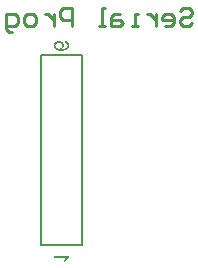
<source format=gbo>
G04*
G04 #@! TF.GenerationSoftware,Altium Limited,Altium Designer,22.0.2 (36)*
G04*
G04 Layer_Color=32896*
%FSLAX25Y25*%
%MOIN*%
G70*
G04*
G04 #@! TF.SameCoordinates,531B55E9-8988-4262-B8BE-2375E0DFDCCA*
G04*
G04*
G04 #@! TF.FilePolarity,Positive*
G04*
G01*
G75*
%ADD15C,0.00787*%
%ADD16C,0.01000*%
G36*
X32344Y52157D02*
X32222Y52086D01*
X32107Y52007D01*
X31993Y51914D01*
X31892Y51828D01*
X31806Y51742D01*
X31735Y51677D01*
X31713Y51648D01*
X31692Y51627D01*
X31684Y51620D01*
X31677Y51613D01*
X31555Y51462D01*
X31441Y51311D01*
X31340Y51168D01*
X31261Y51025D01*
X31190Y50903D01*
X31161Y50853D01*
X31139Y50810D01*
X31118Y50774D01*
X31111Y50745D01*
X31097Y50731D01*
Y50723D01*
X30509D01*
X30551Y50831D01*
X30602Y50938D01*
X30652Y51046D01*
X30702Y51147D01*
X30745Y51232D01*
X30781Y51304D01*
X30810Y51347D01*
X30817Y51354D01*
Y51362D01*
X30896Y51491D01*
X30975Y51605D01*
X31046Y51706D01*
X31111Y51785D01*
X31161Y51856D01*
X31204Y51899D01*
X31233Y51935D01*
X31240Y51942D01*
X27361D01*
Y52552D01*
X32344D01*
Y52157D01*
D02*
G37*
G36*
X29096Y124279D02*
X29218Y124265D01*
X29340Y124243D01*
X29447Y124222D01*
X29548Y124186D01*
X29648Y124150D01*
X29734Y124114D01*
X29813Y124071D01*
X29885Y124028D01*
X29949Y123992D01*
X30000Y123957D01*
X30050Y123921D01*
X30086Y123899D01*
X30107Y123878D01*
X30121Y123863D01*
X30128Y123856D01*
X30207Y123777D01*
X30279Y123691D01*
X30336Y123598D01*
X30387Y123512D01*
X30437Y123426D01*
X30473Y123340D01*
X30523Y123175D01*
X30544Y123103D01*
X30559Y123032D01*
X30566Y122974D01*
X30573Y122917D01*
X30580Y122874D01*
Y122817D01*
X30573Y122687D01*
X30551Y122565D01*
X30530Y122451D01*
X30501Y122350D01*
X30465Y122264D01*
X30444Y122200D01*
X30422Y122157D01*
X30415Y122150D01*
Y122143D01*
X30344Y122028D01*
X30265Y121927D01*
X30186Y121834D01*
X30100Y121763D01*
X30028Y121698D01*
X29971Y121648D01*
X29928Y121619D01*
X29921Y121612D01*
X30050D01*
X30179Y121619D01*
X30293Y121626D01*
X30408Y121641D01*
X30509Y121648D01*
X30602Y121662D01*
X30688Y121676D01*
X30767Y121698D01*
X30838Y121712D01*
X30896Y121727D01*
X30946Y121741D01*
X30989Y121748D01*
X31018Y121763D01*
X31039Y121770D01*
X31053Y121777D01*
X31061D01*
X31204Y121848D01*
X31333Y121920D01*
X31433Y121999D01*
X31519Y122071D01*
X31591Y122135D01*
X31641Y122186D01*
X31670Y122221D01*
X31677Y122236D01*
X31735Y122322D01*
X31770Y122408D01*
X31799Y122494D01*
X31821Y122580D01*
X31835Y122644D01*
X31842Y122702D01*
Y122752D01*
X31828Y122881D01*
X31799Y123003D01*
X31756Y123103D01*
X31713Y123196D01*
X31663Y123268D01*
X31620Y123318D01*
X31591Y123347D01*
X31577Y123361D01*
X31512Y123412D01*
X31433Y123462D01*
X31347Y123505D01*
X31261Y123533D01*
X31183Y123562D01*
X31118Y123584D01*
X31075Y123591D01*
X31068Y123598D01*
X31061D01*
X31111Y124207D01*
X31312Y124164D01*
X31491Y124100D01*
X31649Y124028D01*
X31778Y123949D01*
X31878Y123871D01*
X31921Y123842D01*
X31957Y123806D01*
X31978Y123784D01*
X32000Y123763D01*
X32007Y123756D01*
X32014Y123749D01*
X32072Y123677D01*
X32122Y123598D01*
X32208Y123440D01*
X32265Y123283D01*
X32301Y123132D01*
X32330Y122996D01*
X32337Y122938D01*
Y122888D01*
X32344Y122845D01*
Y122788D01*
X32337Y122644D01*
X32322Y122508D01*
X32294Y122379D01*
X32258Y122257D01*
X32208Y122150D01*
X32165Y122042D01*
X32107Y121949D01*
X32057Y121863D01*
X32007Y121791D01*
X31950Y121720D01*
X31907Y121662D01*
X31864Y121619D01*
X31821Y121583D01*
X31792Y121555D01*
X31778Y121540D01*
X31770Y121533D01*
X31641Y121440D01*
X31491Y121361D01*
X31333Y121289D01*
X31168Y121225D01*
X30996Y121175D01*
X30824Y121132D01*
X30645Y121096D01*
X30480Y121067D01*
X30315Y121045D01*
X30164Y121031D01*
X30028Y121017D01*
X29913Y121010D01*
X29813D01*
X29741Y121002D01*
X29713D01*
X29691D01*
X29684D01*
X29677D01*
X29447Y121010D01*
X29232Y121024D01*
X29032Y121045D01*
X28845Y121081D01*
X28680Y121117D01*
X28530Y121153D01*
X28393Y121196D01*
X28271Y121246D01*
X28171Y121289D01*
X28078Y121332D01*
X28006Y121368D01*
X27942Y121411D01*
X27891Y121440D01*
X27863Y121461D01*
X27841Y121476D01*
X27834Y121483D01*
X27734Y121576D01*
X27648Y121676D01*
X27576Y121777D01*
X27512Y121877D01*
X27454Y121985D01*
X27411Y122085D01*
X27375Y122186D01*
X27347Y122286D01*
X27325Y122372D01*
X27303Y122458D01*
X27289Y122530D01*
X27282Y122594D01*
Y122652D01*
X27275Y122687D01*
Y122723D01*
X27282Y122888D01*
X27311Y123039D01*
X27339Y123175D01*
X27382Y123297D01*
X27418Y123390D01*
X27454Y123462D01*
X27461Y123490D01*
X27476Y123512D01*
X27483Y123519D01*
Y123526D01*
X27569Y123648D01*
X27669Y123763D01*
X27770Y123856D01*
X27870Y123935D01*
X27963Y124000D01*
X28035Y124042D01*
X28063Y124057D01*
X28085Y124071D01*
X28092Y124078D01*
X28099D01*
X28250Y124150D01*
X28408Y124200D01*
X28551Y124236D01*
X28687Y124258D01*
X28802Y124279D01*
X28845D01*
X28888Y124286D01*
X28924D01*
X28945D01*
X28960D01*
X28967D01*
X29096Y124279D01*
D02*
G37*
%LPC*%
G36*
X28981Y123662D02*
X28953D01*
X28938D01*
X28931D01*
X28738Y123648D01*
X28573Y123619D01*
X28429Y123576D01*
X28307Y123526D01*
X28214Y123469D01*
X28142Y123426D01*
X28099Y123397D01*
X28092Y123383D01*
X28085D01*
X28028Y123333D01*
X27985Y123275D01*
X27906Y123161D01*
X27856Y123046D01*
X27813Y122945D01*
X27791Y122852D01*
X27784Y122781D01*
X27777Y122752D01*
Y122716D01*
X27784Y122616D01*
X27798Y122522D01*
X27827Y122436D01*
X27856Y122365D01*
X27877Y122300D01*
X27906Y122250D01*
X27920Y122221D01*
X27927Y122207D01*
X27992Y122121D01*
X28056Y122049D01*
X28135Y121985D01*
X28200Y121934D01*
X28264Y121891D01*
X28315Y121863D01*
X28350Y121841D01*
X28365Y121834D01*
X28472Y121791D01*
X28580Y121763D01*
X28680Y121734D01*
X28773Y121720D01*
X28852Y121712D01*
X28917Y121705D01*
X28953D01*
X28967D01*
X29139Y121720D01*
X29290Y121748D01*
X29426Y121798D01*
X29533Y121848D01*
X29627Y121899D01*
X29691Y121949D01*
X29727Y121978D01*
X29741Y121992D01*
X29842Y122107D01*
X29913Y122221D01*
X29971Y122343D01*
X30007Y122451D01*
X30028Y122551D01*
X30035Y122623D01*
X30042Y122652D01*
Y122695D01*
X30028Y122845D01*
X29992Y122981D01*
X29949Y123096D01*
X29892Y123196D01*
X29834Y123275D01*
X29792Y123333D01*
X29756Y123369D01*
X29741Y123383D01*
X29619Y123476D01*
X29490Y123548D01*
X29354Y123598D01*
X29225Y123627D01*
X29110Y123648D01*
X29060Y123655D01*
X29017D01*
X28981Y123662D01*
D02*
G37*
%LPD*%
D15*
X23089Y56116D02*
X36633D01*
X23089D02*
Y119660D01*
X36633D01*
Y56116D02*
Y119660D01*
D16*
X69362Y134259D02*
X70362Y135259D01*
X72361D01*
X73361Y134259D01*
Y133260D01*
X72361Y132260D01*
X70362D01*
X69362Y131260D01*
Y130261D01*
X70362Y129261D01*
X72361D01*
X73361Y130261D01*
X64364Y129261D02*
X66363D01*
X67363Y130261D01*
Y132260D01*
X66363Y133260D01*
X64364D01*
X63364Y132260D01*
Y131260D01*
X67363D01*
X61365Y133260D02*
Y129261D01*
Y131260D01*
X60365Y132260D01*
X59365Y133260D01*
X58366D01*
X55367Y129261D02*
X53367D01*
X54367D01*
Y133260D01*
X55367D01*
X49369D02*
X47369D01*
X46370Y132260D01*
Y129261D01*
X49369D01*
X50368Y130261D01*
X49369Y131260D01*
X46370D01*
X44370Y129261D02*
X42371D01*
X43371D01*
Y135259D01*
X44370D01*
X33374Y129261D02*
Y135259D01*
X30375D01*
X29375Y134259D01*
Y132260D01*
X30375Y131260D01*
X33374D01*
X27376Y133260D02*
Y129261D01*
Y131260D01*
X26376Y132260D01*
X25376Y133260D01*
X24377D01*
X20378Y129261D02*
X18379D01*
X17379Y130261D01*
Y132260D01*
X18379Y133260D01*
X20378D01*
X21378Y132260D01*
Y130261D01*
X20378Y129261D01*
X13380Y127262D02*
X12381D01*
X11381Y128261D01*
Y133260D01*
X14380D01*
X15380Y132260D01*
Y130261D01*
X14380Y129261D01*
X11381D01*
M02*

</source>
